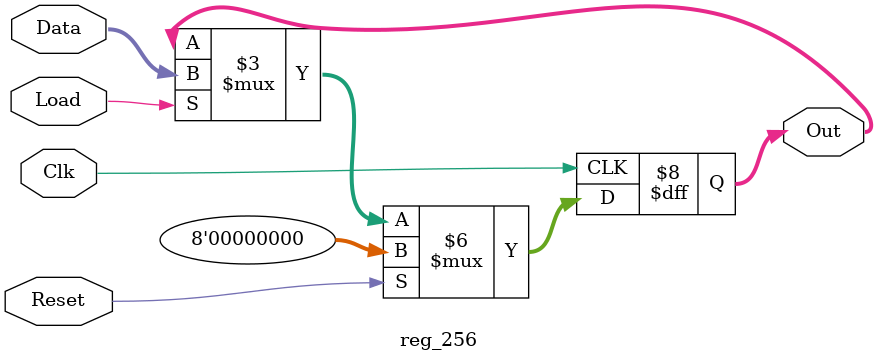
<source format=sv>
module reg_256 #(parameter size = 256)
				(input  logic Clk, Reset, Load,
              input  logic [7:0]  Data,
              output logic [7:0]  Out);

    always_ff @ (posedge Clk)
    begin
	 	 if (Reset)
			  Out <= 0;
		 else if (Load)
			  Out <= Data;
		else
			  Out <= Out;
	end

endmodule

</source>
